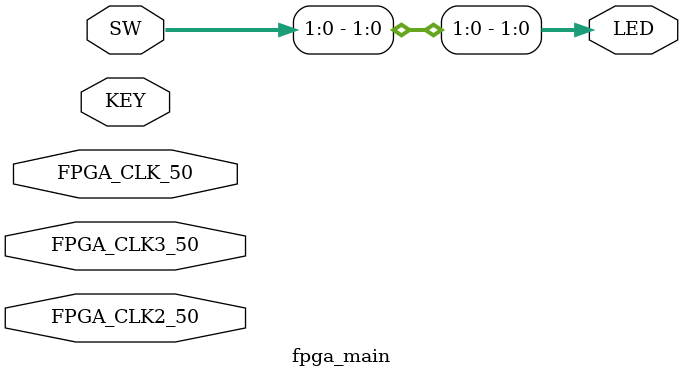
<source format=sv>
/*--------------------------------------------------------------------------//
// Original Title:        de0_nano_soc_baseline.v                           //
// Rev:                   Rev 0.1                                           //
// Last Revised:          09/14/2015                                        //
//--------------------------------------------------------------------------//
// Description: Baseline design file contains DE0 Nano SoC                  //
//              Board pins and I/O Standards.                               //
//--------------------------------------------------------------------------//
//Copyright 2015 Altera Corporation. All rights reserved.  Altera products
//are protected under numerous U.S. and foreign patents, maskwork rights,
//copyrights and other intellectual property laws.
//
//This reference design file, and your use thereof, is subject to and
//governed by the terms and conditions of the applicable Altera Reference
//Design License Agreement.  By using this reference design file, you
//indicate your acceptance of such terms and conditions between you and
//Altera Corporation.  In the event that you do not agree with such terms and
//conditions, you may not use the reference design file. Please promptly
//destroy any copies you have made.
//
//This reference design file being provided on an "as-is" basis and as an
//accommodation and therefore all warranties, representations or guarantees
//of any kind (whether express, implied or statutory) including, without
//limitation, warranties of merchantability, non-infringement, or fitness for
//a particular purpose, are specifically disclaimed.  By making this
//reference design file available, Altera expressly does not recommend,
//suggest or require that this reference design file be used in combination
//with any other product not provided by Altera
//----------------------------------------------------------------------------*/

//Group Enable Definitions
//This lists every pinout group
//Users can enable any group by uncommenting the corresponding line below:
//`define enable_ADC
//`define enable_ARDUINO
//`define enable_GPIO0
//`define enable_GPIO1
//`define enable_HPS

module fpga_main(
	//////////// CLOCK //////////
	input						FPGA_CLK_50,
	input						FPGA_CLK2_50,
	input						FPGA_CLK3_50,

`ifdef enable_ADC
	//////////// ADC //////////
	/* 3.3-V LVTTL */
	output						ADC_CONVST,
	output						ADC_SCLK,
	output						ADC_SDI,
	input						ADC_SDO,
`endif

`ifdef enable_ARDUINO
	//////////// ARDUINO ////////////
	/* 3.3-V LVTTL */
	inout					[15:0]	ARDUINO_IO,
	inout								ARDUINO_RESET_N,
`endif

`ifdef enable_GPIO0
	//////////// GPIO 0 ////////////
	/* 3.3-V LVTTL */
	inout				[35:0]		GPIO_0,
`endif

`ifdef enable_GPIO1
	//////////// GPIO 1 ////////////
	/* 3.3-V LVTTL */
	inout				[35:0]		GPIO_1,
`endif

`ifdef enable_HPS
	//////////// HPS //////////
	/* 3.3-V LVTTL */
	inout						HPS_CONV_USB_N,

	/* SSTL-15 Class I */
	output			[14:0]		HPS_DDR3_ADDR,
	output			 [2:0]		HPS_DDR3_BA,
	output						HPS_DDR3_CAS_N,
	output						HPS_DDR3_CKE,
	output						HPS_DDR3_CS_N,
	output			 [3:0]		HPS_DDR3_DM,
	inout			[31:0]		HPS_DDR3_DQ,
	output						HPS_DDR3_ODT,
	output						HPS_DDR3_RAS_N,
	output						HPS_DDR3_RESET_N,
	input						HPS_DDR3_RZQ,
	output						HPS_DDR3_WE_N,
	/* DIFFERENTIAL 1.5-V SSTL CLASS I */
	output						HPS_DDR3_CK_N,
	output						HPS_DDR3_CK_P,
	inout			 [3:0]		HPS_DDR3_DQS_N,
	inout			 [3:0]		HPS_DDR3_DQS_P,

	/* 3.3-V LVTTL */
	output						HPS_ENET_GTX_CLK,
	inout						HPS_ENET_INT_N,
	output						HPS_ENET_MDC,
	inout						HPS_ENET_MDIO,
	input						HPS_ENET_RX_CLK,
	input			 [3:0]		HPS_ENET_RX_DATA,
	input						HPS_ENET_RX_DV,
	output			 [3:0]		HPS_ENET_TX_DATA,
	output						HPS_ENET_TX_EN,
	inout						HPS_GSENSOR_INT,
	inout						HPS_I2C0_SCLK,
	inout						HPS_I2C0_SDAT,
	inout						HPS_I2C1_SCLK,
	inout						HPS_I2C1_SDAT,
	inout						HPS_KEY,
	inout						HPS_LED,
	inout						HPS_LTC_GPIO,
	output						HPS_SD_CLK,
	inout						HPS_SD_CMD,
	inout			 [3:0]		HPS_SD_DATA,
	output						HPS_SPIM_CLK,
	input						HPS_SPIM_MISO,
	output						HPS_SPIM_MOSI,
	inout						HPS_SPIM_SS,
	input						HPS_UART_RX,
	output						HPS_UART_TX,
	input						HPS_USB_CLKOUT,
	inout			 [7:0]		HPS_USB_DATA,
	input						HPS_USB_DIR,
	input						HPS_USB_NXT,
	output						HPS_USB_STP,
`endif

	//////////// KEY ////////////
	/* 3.3-V LVTTL */
	input				[1:0]			KEY,

	//////////// LED ////////////
	/* 3.3-V LVTTL */
	output				[7:0]			LED,

	//////////// SW ////////////
	/* 3.3-V LVTTL */
	input				[3:0]			SW

	/////////// USER ///////////

);

	assign LED[1:0] = SW[3:0];

	// assign ARR[0][0] = 1;
	// assign ARR[1][1] = 0;
	// assign ARR[2][2] = 1;

	// assign ARR[0][0] = (SW [0] && SW [1]);
	// assign ARR[0][1] = (SW [1] && SW [2]);
	// assign ARR[0][2] = (SW [2] && SW [3]);
	//
	// assign ARR[1][0] = (ARR[0][0] && ARR[0][1]);
	// assign ARR[1][1] = (ARR[0][1] && ARR[0][2]);
	//
	// assign ARR[2][0] = (ARR[1][0] && ARR[1][1]);
	//
	// assign LED [0]	= ARR[2][0];

endmodule

</source>
